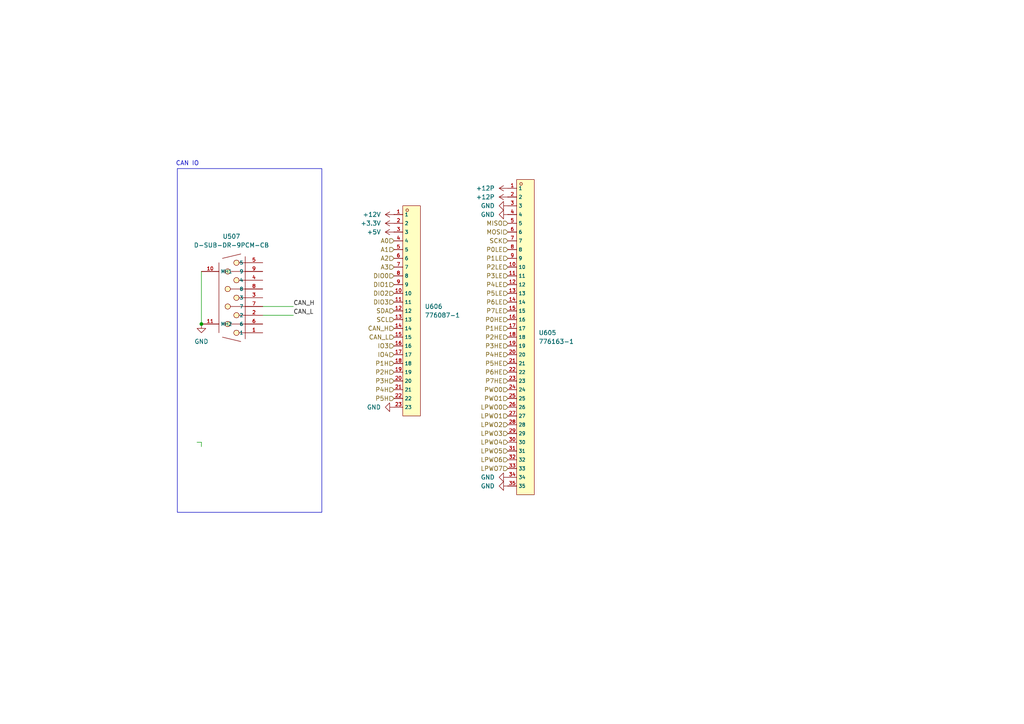
<source format=kicad_sch>
(kicad_sch (version 20250114) (generator "eeschema") (generator_version "9.0")
  (paper "A4")
  (lib_symbols
    (symbol "776087-1:776087-1"
      (property "Reference" "U" (at 0 1.27 0))
      (property "Value" "776087-1" (at 0 -2.54 0))
      (symbol "776087-1_0_1"
        (rectangle (start -2.54 30.4801) (end 2.54 -30.4801) (fill (type background)))
        (circle (center -1.27 29.2101) (radius 0.381) (fill (type background)))
        (pin unspecified line (at -5.08 27.94 0) (length 2.54) (name "1") (number "1"))
        (pin unspecified line (at -5.08 25.4 0) (length 2.54) (name "2") (number "2"))
        (pin unspecified line (at -5.08 22.86 0) (length 2.54) (name "3") (number "3"))
        (pin unspecified line (at -5.08 20.32 0) (length 2.54) (name "4") (number "4"))
        (pin unspecified line (at -5.08 17.78 0) (length 2.54) (name "5") (number "5"))
        (pin unspecified line (at -5.08 15.24 0) (length 2.54) (name "6") (number "6"))
        (pin unspecified line (at -5.08 12.7 0) (length 2.54) (name "7") (number "7"))
        (pin unspecified line (at -5.08 10.16 0) (length 2.54) (name "8") (number "8"))
        (pin unspecified line (at -5.08 7.62 0) (length 2.54) (name "9") (number "9"))
        (pin unspecified line (at -5.08 5.08 0) (length 2.54) (name "10") (number "10"))
        (pin unspecified line (at -5.08 2.54 0) (length 2.54) (name "11") (number "11"))
        (pin unspecified line (at -5.08 0 0) (length 2.54) (name "12") (number "12"))
        (pin unspecified line (at -5.08 -2.54 0) (length 2.54) (name "13") (number "13"))
        (pin unspecified line (at -5.08 -5.08 0) (length 2.54) (name "14") (number "14"))
        (pin unspecified line (at -5.08 -7.62 0) (length 2.54) (name "15") (number "15"))
        (pin unspecified line (at -5.08 -10.16 0) (length 2.54) (name "16") (number "16"))
        (pin unspecified line (at -5.08 -12.7 0) (length 2.54) (name "17") (number "17"))
        (pin unspecified line (at -5.08 -15.24 0) (length 2.54) (name "18") (number "18"))
        (pin unspecified line (at -5.08 -17.78 0) (length 2.54) (name "19") (number "19"))
        (pin unspecified line (at -5.08 -20.32 0) (length 2.54) (name "20") (number "20"))
        (pin unspecified line (at -5.08 -22.86 0) (length 2.54) (name "21") (number "21"))
        (pin unspecified line (at -5.08 -25.4 0) (length 2.54) (name "22") (number "22"))
        (pin unspecified line (at -5.08 -27.94 0) (length 2.54) (name "23") (number "23"))
      )
    )
    (symbol "776163-1:776163-1"
      (property "Reference" "U" (at 0 1.27 0))
      (property "Value" "776163-1" (at 0 -2.54 0))
      (symbol "776163-1_0_1"
        (rectangle (start -2.54 40.6401) (end 2.54 -50.8001) (fill (type background)))
        (circle (center -1.27 39.3701) (radius 0.381) (fill (type background)))
        (pin unspecified line (at -5.08 38.1 0) (length 2.54) (name "1") (number "1"))
        (pin unspecified line (at -5.08 35.56 0) (length 2.54) (name "2") (number "2"))
        (pin unspecified line (at -5.08 33.02 0) (length 2.54) (name "3") (number "3"))
        (pin unspecified line (at -5.08 30.48 0) (length 2.54) (name "4") (number "4"))
        (pin unspecified line (at -5.08 27.94 0) (length 2.54) (name "5") (number "5"))
        (pin unspecified line (at -5.08 25.4 0) (length 2.54) (name "6") (number "6"))
        (pin unspecified line (at -5.08 22.86 0) (length 2.54) (name "7") (number "7"))
        (pin unspecified line (at -5.08 20.32 0) (length 2.54) (name "8") (number "8"))
        (pin unspecified line (at -5.08 17.78 0) (length 2.54) (name "9") (number "9"))
        (pin unspecified line (at -5.08 15.24 0) (length 2.54) (name "10") (number "10"))
        (pin unspecified line (at -5.08 12.7 0) (length 2.54) (name "11") (number "11"))
        (pin unspecified line (at -5.08 10.16 0) (length 2.54) (name "12") (number "12"))
        (pin unspecified line (at -5.08 7.62 0) (length 2.54) (name "13") (number "13"))
        (pin unspecified line (at -5.08 5.08 0) (length 2.54) (name "14") (number "14"))
        (pin unspecified line (at -5.08 2.54 0) (length 2.54) (name "15") (number "15"))
        (pin unspecified line (at -5.08 0 0) (length 2.54) (name "16") (number "16"))
        (pin unspecified line (at -5.08 -2.54 0) (length 2.54) (name "17") (number "17"))
        (pin unspecified line (at -5.08 -5.08 0) (length 2.54) (name "18") (number "18"))
        (pin unspecified line (at -5.08 -7.62 0) (length 2.54) (name "19") (number "19"))
        (pin unspecified line (at -5.08 -10.16 0) (length 2.54) (name "20") (number "20"))
        (pin unspecified line (at -5.08 -12.7 0) (length 2.54) (name "21") (number "21"))
        (pin unspecified line (at -5.08 -15.24 0) (length 2.54) (name "22") (number "22"))
        (pin unspecified line (at -5.08 -17.78 0) (length 2.54) (name "23") (number "23"))
        (pin unspecified line (at -5.08 -20.32 0) (length 2.54) (name "24") (number "24"))
        (pin unspecified line (at -5.08 -22.86 0) (length 2.54) (name "25") (number "25"))
        (pin unspecified line (at -5.08 -25.4 0) (length 2.54) (name "26") (number "26"))
        (pin unspecified line (at -5.08 -27.94 0) (length 2.54) (name "27") (number "27"))
        (pin unspecified line (at -5.08 -30.48 0) (length 2.54) (name "28") (number "28"))
        (pin unspecified line (at -5.08 -33.02 0) (length 2.54) (name "29") (number "29"))
        (pin unspecified line (at -5.08 -35.56 0) (length 2.54) (name "30") (number "30"))
        (pin unspecified line (at -5.08 -38.1 0) (length 2.54) (name "31") (number "31"))
        (pin unspecified line (at -5.08 -40.64 0) (length 2.54) (name "32") (number "32"))
        (pin unspecified line (at -5.08 -43.18 0) (length 2.54) (name "33") (number "33"))
        (pin unspecified line (at -5.08 -45.72 0) (length 2.54) (name "34") (number "34"))
        (pin unspecified line (at -5.08 -48.26 0) (length 2.54) (name "35") (number "35"))
      )
    )
    (symbol "D-SUB-DR-9PCM-CB:D-SUB-DR-9PCM-CB"
      (property "Reference" "U" (at 0 1.27 0))
      (property "Value" "D-SUB-DR-9PCM-CB" (at 0 -2.54 0))
      (symbol "D-SUB-DR-9PCM-CB_0_1"
        (polyline (pts (xy -5.08 11.938) (xy -5.08 10.16)))
        (polyline (pts (xy -5.08 7.62) (xy -0.762 7.62)))
        (polyline (pts (xy -5.08 2.54) (xy -0.762 2.54)))
        (polyline (pts (xy -5.08 -2.54) (xy -0.762 -2.54)))
        (polyline (pts (xy -5.08 -7.62) (xy -0.762 -7.62)))
        (polyline (pts (xy -5.08 -10.16) (xy -5.08 10.16)))
        (polyline (pts (xy -5.08 -11.938) (xy -5.08 -10.16)))
        (arc (start -3.3987 169.4662) (mid -4.6425 168.7471) (end -5.3618 169.9909))
        (arc (start -4.1181 144.2509) (mid -5.3618 144.9704) (end -4.6424 146.2141))
        (polyline (pts (xy -3.302 10.16) (xy -5.08 10.16)))
        (polyline (pts (xy -3.302 5.08) (xy -5.08 5.08)))
        (polyline (pts (xy -3.302 0) (xy -5.08 0)))
        (polyline (pts (xy -3.302 -5.08) (xy -5.08 -5.08)))
        (polyline (pts (xy -3.302 -10.16) (xy -5.08 -10.16)))
        (circle (center -2.54 10.16) (radius 0.762) (fill (type background)))
        (circle (center -2.54 5.08) (radius 0.762) (fill (type background)))
        (circle (center -2.54 0) (radius 0.762) (fill (type background)))
        (circle (center -2.54 -5.08) (radius 0.762) (fill (type background)))
        (circle (center -2.54 -10.16) (radius 0.762) (fill (type background)))
        (circle (center 0 7.62) (radius 0.762) (fill (type background)))
        (circle (center 0 2.54) (radius 0.762) (fill (type background)))
        (circle (center 0 -2.54) (radius 0.762) (fill (type background)))
        (circle (center 0 -7.62) (radius 0.762) (fill (type background)))
        (polyline (pts (xy 1.524 11.43) (xy -3.81 12.7)))
        (polyline (pts (xy 1.524 -11.43) (xy -3.81 -12.7)))
        (arc (start 3.208 167.6923) (mid 1.5076 167.1149) (end 0.9297 168.8151))
        (arc (start 2.6467 145.5733) (mid 0.9434 146.1432) (end 1.5134 147.8465))
        (polyline (pts (xy 2.54 -10.16) (xy 2.54 10.16)))
        (pin input line (at -10.16 10.16 0) (length 5.08) (name "1") (number "1"))
        (pin input line (at -10.16 7.62 0) (length 5.08) (name "6") (number "6"))
        (pin input line (at -10.16 5.08 0) (length 5.08) (name "2") (number "2"))
        (pin input line (at -10.16 2.54 0) (length 5.08) (name "7") (number "7"))
        (pin input line (at -10.16 0 0) (length 5.08) (name "3") (number "3"))
        (pin input line (at -10.16 -2.54 0) (length 5.08) (name "8") (number "8"))
        (pin input line (at -10.16 -5.08 0) (length 5.08) (name "4") (number "4"))
        (pin input line (at -10.16 -7.62 0) (length 5.08) (name "9") (number "9"))
        (pin input line (at -10.16 -10.16 0) (length 5.08) (name "5") (number "5"))
        (pin input line (at 7.62 7.62 180) (length 5.08) (name "MH2") (number "11"))
        (pin input line (at 7.62 -7.62 180) (length 5.08) (name "MH1") (number "10"))
      )
    )
    (symbol "power:+12P" (power) (pin_numbers (hide yes)) (pin_names (offset 0) (hide yes))
      (property "Value" "+12P" (at 0 3.556 0))
      (symbol "+12P_0_1"
        (polyline (pts (xy -0.762 1.27) (xy 0 2.54)))
        (polyline (pts (xy 0 2.54) (xy 0.762 1.27)))
        (polyline (pts (xy 0 0) (xy 0 2.54)))
      )
      (symbol "+12P_1_1"
        (pin power_in line (at 0 0 90) (length 0) (name "~") (number "1"))
      )
    )
    (symbol "power:+12V" (power) (pin_numbers (hide yes)) (pin_names (offset 0) (hide yes))
      (property "Value" "+12V" (at 0 3.556 0))
      (symbol "+12V_0_1"
        (polyline (pts (xy -0.762 1.27) (xy 0 2.54)))
        (polyline (pts (xy 0 2.54) (xy 0.762 1.27)))
        (polyline (pts (xy 0 0) (xy 0 2.54)))
      )
      (symbol "+12V_1_1"
        (pin power_in line (at 0 0 90) (length 0) (name "~") (number "1"))
      )
    )
    (symbol "power:+3.3V" (power) (pin_numbers (hide yes)) (pin_names (offset 0) (hide yes))
      (property "Value" "+3.3V" (at 0 3.556 0))
      (symbol "+3.3V_0_1"
        (polyline (pts (xy -0.762 1.27) (xy 0 2.54)))
        (polyline (pts (xy 0 2.54) (xy 0.762 1.27)))
        (polyline (pts (xy 0 0) (xy 0 2.54)))
      )
      (symbol "+3.3V_1_1"
        (pin power_in line (at 0 0 90) (length 0) (name "~") (number "1"))
      )
    )
    (symbol "power:+5V" (power) (pin_numbers (hide yes)) (pin_names (offset 0) (hide yes))
      (property "Value" "+5V" (at 0 3.556 0))
      (symbol "+5V_0_1"
        (polyline (pts (xy -0.762 1.27) (xy 0 2.54)))
        (polyline (pts (xy 0 2.54) (xy 0.762 1.27)))
        (polyline (pts (xy 0 0) (xy 0 2.54)))
      )
      (symbol "+5V_1_1"
        (pin power_in line (at 0 0 90) (length 0) (name "~") (number "1"))
      )
    )
    (symbol "power:GND" (power) (pin_numbers (hide yes)) (pin_names (offset 0) (hide yes))
      (property "Value" "GND" (at 0 -3.81 0))
      (symbol "GND_0_1"
        (polyline (pts (xy 0 0) (xy 0 -1.27) (xy 1.27 -1.27) (xy 0 -2.54) (xy -1.27 -1.27) (xy 0 -1.27)))
      )
      (symbol "GND_1_1"
        (pin power_in line (at 0 0 270) (length 0) (name "~") (number "1"))
      )
    )
  )
  (rectangle (start 51.435 48.895) (end 93.345 148.59))
  (text "CAN IO" (at 54.356 47.498 0) (effects (font (size 1.27 1.27))))
  (junction (at 58.42 93.98))
  (wire (pts (xy 57.15 128.27) (xy 58.42 128.27)))
  (wire (pts (xy 76.2 88.9) (xy 85.09 88.9)))
  (wire (pts (xy 76.2 91.44) (xy 85.09 91.44)))
  (wire (pts (xy 58.42 128.27) (xy 58.42 129.54)))
  (wire (pts (xy 58.42 78.74) (xy 58.42 93.98)))
  (label "CAN_L" (at 85.09 91.44 0))
  (label "CAN_H" (at 85.09 88.9 0))
  (hierarchical_label "P7LE" (shape input) (at 147.32 90.17 180))
  (hierarchical_label "IO3" (shape input) (at 114.3 100.33 180))
  (hierarchical_label "MOSI" (shape input) (at 147.32 67.31 180))
  (hierarchical_label "LPWO4" (shape input) (at 147.32 128.27 180))
  (hierarchical_label "P2HE" (shape input) (at 147.32 97.79 180))
  (hierarchical_label "P4HE" (shape input) (at 147.32 102.87 180))
  (hierarchical_label "P2H" (shape input) (at 114.3 107.95 180))
  (hierarchical_label "MISO" (shape input) (at 147.32 64.77 180))
  (hierarchical_label "SCL" (shape input) (at 114.3 92.71 180))
  (hierarchical_label "CAN_L" (shape input) (at 114.3 97.79 180))
  (hierarchical_label "P1LE" (shape input) (at 147.32 74.93 180))
  (hierarchical_label "P5HE" (shape input) (at 147.32 105.41 180))
  (hierarchical_label "P0HE" (shape input) (at 147.32 92.71 180))
  (hierarchical_label "SCK" (shape input) (at 147.32 69.85 180))
  (hierarchical_label "P1H" (shape input) (at 114.3 105.41 180))
  (hierarchical_label "LPWO1" (shape input) (at 147.32 120.65 180))
  (hierarchical_label "P5LE" (shape input) (at 147.32 85.09 180))
  (hierarchical_label "LPWO0" (shape input) (at 147.32 118.11 180))
  (hierarchical_label "P6HE" (shape input) (at 147.32 107.95 180))
  (hierarchical_label "DIO2" (shape input) (at 114.3 85.09 180))
  (hierarchical_label "A0" (shape input) (at 114.3 69.85 180))
  (hierarchical_label "PWO0" (shape input) (at 147.32 113.03 180))
  (hierarchical_label "LPWO3" (shape input) (at 147.32 125.73 180))
  (hierarchical_label "A3" (shape input) (at 114.3 77.47 180))
  (hierarchical_label "P5H" (shape input) (at 114.3 115.57 180))
  (hierarchical_label "DIO3" (shape input) (at 114.3 87.63 180))
  (hierarchical_label "P3LE" (shape input) (at 147.32 80.01 180))
  (hierarchical_label "P6LE" (shape input) (at 147.32 87.63 180))
  (hierarchical_label "DIO0" (shape input) (at 114.3 80.01 180))
  (hierarchical_label "P0LE" (shape input) (at 147.32 72.39 180))
  (hierarchical_label "P4LE" (shape input) (at 147.32 82.55 180))
  (hierarchical_label "A2" (shape input) (at 114.3 74.93 180))
  (hierarchical_label "LPWO2" (shape input) (at 147.32 123.19 180))
  (hierarchical_label "P3H" (shape input) (at 114.3 110.49 180))
  (hierarchical_label "SDA" (shape input) (at 114.3 90.17 180))
  (hierarchical_label "P4H" (shape input) (at 114.3 113.03 180))
  (hierarchical_label "IO4" (shape input) (at 114.3 102.87 180))
  (hierarchical_label "A1" (shape input) (at 114.3 72.39 180))
  (hierarchical_label "CAN_H" (shape input) (at 114.3 95.25 180))
  (hierarchical_label "P2LE" (shape input) (at 147.32 77.47 180))
  (hierarchical_label "LPWO6" (shape input) (at 147.32 133.35 180))
  (hierarchical_label "LPWO5" (shape input) (at 147.32 130.81 180))
  (hierarchical_label "DIO1" (shape input) (at 114.3 82.55 180))
  (hierarchical_label "P7HE" (shape input) (at 147.32 110.49 180))
  (hierarchical_label "P1HE" (shape input) (at 147.32 95.25 180))
  (hierarchical_label "LPWO7" (shape input) (at 147.32 135.89 180))
  (hierarchical_label "P3HE" (shape input) (at 147.32 100.33 180))
  (hierarchical_label "PWO1" (shape input) (at 147.32 115.57 180))
  (symbol (lib_id "power:+12V") (at 114.3 62.23 90) (unit 1)
    (property "Reference" "#PWR0617" (effects (hide yes)))
    (property "Value" "+12V" (at 110.49 62.2299 90) (effects (justify left)))
    (property "Description" "Power symbol creates a global label with name \"+12V\"" (effects (hide yes)))
  )
  (symbol (lib_id "power:+5V") (at 114.3 67.31 90) (unit 1)
    (property "Reference" "#PWR0625" (effects (hide yes)))
    (property "Value" "+5V" (at 110.49 67.3099 90) (effects (justify left)))
    (property "Description" "Power symbol creates a global label with name \"+5V\"" (effects (hide yes)))
  )
  (symbol (lib_id "776163-1:776163-1") (at 152.4 92.71 0) (unit 1)
    (property "Reference" "U605" (at 156.21 96.5199 0) (effects (justify left)))
    (property "Value" "776163-1" (at 156.21 99.0599 0) (effects (justify left)))
    (property "Footprint" "test:CONN-TH_776163-1" (effects (hide yes)))
    (property "Datasheet" "https://item.szlcsc.com/403630.html" (effects (hide yes)))
    (property "LCSC" "C412117" (effects (hide yes)))
  )
  (symbol (lib_id "power:GND") (at 58.42 93.98 0) (unit 1)
    (property "Reference" "#PWR0509" (effects (hide yes)))
    (property "Value" "GND" (at 58.42 99.06 0))
    (property "Description" "Power symbol creates a global label with name \"GND\" , ground" (effects (hide yes)))
  )
  (symbol (lib_id "power:+3.3V") (at 114.3 64.77 90) (unit 1)
    (property "Reference" "#PWR0619" (effects (hide yes)))
    (property "Value" "+3.3V" (at 110.49 64.7699 90) (effects (justify left)))
    (property "Description" "Power symbol creates a global label with name \"+3.3V\"" (effects (hide yes)))
  )
  (symbol (lib_id "776087-1:776087-1") (at 119.38 90.17 0) (unit 1)
    (property "Reference" "U606" (at 123.19 88.8999 0) (effects (justify left)))
    (property "Value" "776087-1" (at 123.19 91.4399 0) (effects (justify left)))
    (property "Footprint" "test:CONN-TH_776087-1" (effects (hide yes)))
    (property "Datasheet" "https://item.szlcsc.com/351304.html" (effects (hide yes)))
    (property "LCSC" "C378893" (effects (hide yes)))
  )
  (symbol (lib_id "power:GND") (at 147.32 138.43 270) (mirror x) (unit 1)
    (property "Reference" "#PWR0615" (effects (hide yes)))
    (property "Value" "GND" (at 143.51 138.4299 90) (effects (justify right)))
    (property "Description" "Power symbol creates a global label with name \"GND\" , ground" (effects (hide yes)))
  )
  (symbol (lib_id "power:GND") (at 147.32 140.97 270) (mirror x) (unit 1)
    (property "Reference" "#PWR0616" (effects (hide yes)))
    (property "Value" "GND" (at 143.51 140.9699 90) (effects (justify right)))
    (property "Description" "Power symbol creates a global label with name \"GND\" , ground" (effects (hide yes)))
  )
  (symbol (lib_id "power:+12P") (at 147.32 57.15 90) (unit 1)
    (property "Reference" "#PWR0626" (effects (hide yes)))
    (property "Value" "+12P" (at 143.51 57.1499 90) (effects (justify left)))
    (property "Description" "Power symbol creates a global label with name \"+12P\"" (effects (hide yes)))
  )
  (symbol (lib_id "power:GND") (at 147.32 59.69 270) (mirror x) (unit 1)
    (property "Reference" "#PWR0606" (effects (hide yes)))
    (property "Value" "GND" (at 143.51 59.6899 90) (effects (justify right)))
    (property "Description" "Power symbol creates a global label with name \"GND\" , ground" (effects (hide yes)))
  )
  (symbol (lib_id "D-SUB-DR-9PCM-CB:D-SUB-DR-9PCM-CB") (at 66.04 86.36 180) (unit 1)
    (property "Reference" "U507" (at 67.1341 68.58 0))
    (property "Value" "D-SUB-DR-9PCM-CB" (at 67.1341 71.12 0))
    (property "Footprint" "footprint:DB9-TH_D-SUB-DR-9PCM-CB" (effects (hide yes)))
    (property "Datasheet" "https://atta.szlcsc.com/upload/public/pdf/source/20231108/FB2E8AB0BE4F620DDF3F7F4D0B9AFB97.pdf" (effects (hide yes)))
    (property "LCSC" "C19077337" (effects (hide yes)))
  )
  (symbol (lib_id "power:GND") (at 114.3 118.11 270) (mirror x) (unit 1)
    (property "Reference" "#PWR0624" (effects (hide yes)))
    (property "Value" "GND" (at 110.49 118.1099 90) (effects (justify right)))
    (property "Description" "Power symbol creates a global label with name \"GND\" , ground" (effects (hide yes)))
  )
  (symbol (lib_id "power:GND") (at 147.32 62.23 270) (mirror x) (unit 1)
    (property "Reference" "#PWR0618" (effects (hide yes)))
    (property "Value" "GND" (at 143.51 62.2299 90) (effects (justify right)))
    (property "Description" "Power symbol creates a global label with name \"GND\" , ground" (effects (hide yes)))
  )
  (symbol (lib_id "power:+12P") (at 147.32 54.61 90) (unit 1)
    (property "Reference" "#PWR0620" (effects (hide yes)))
    (property "Value" "+12P" (at 143.51 54.6099 90) (effects (justify left)))
    (property "Description" "Power symbol creates a global label with name \"+12P\"" (effects (hide yes)))
  )
)
</source>
